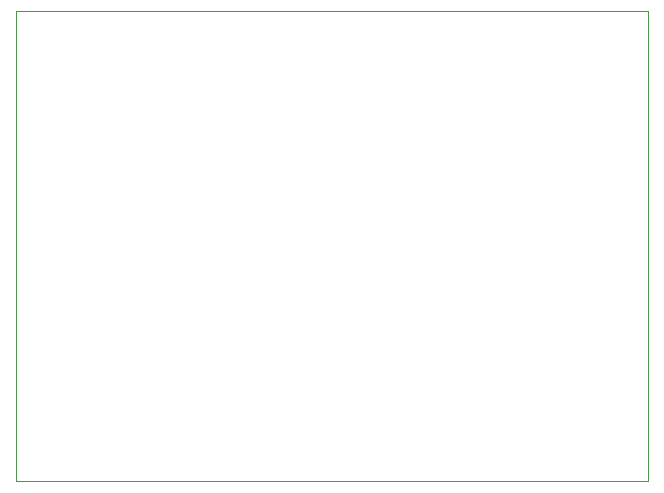
<source format=gbr>
%TF.GenerationSoftware,KiCad,Pcbnew,7.0.11-7.0.11~ubuntu22.04.1*%
%TF.CreationDate,2025-04-19T23:19:54+01:00*%
%TF.ProjectId,Mixed_Signal_Design,4d697865-645f-4536-9967-6e616c5f4465,rev?*%
%TF.SameCoordinates,Original*%
%TF.FileFunction,Profile,NP*%
%FSLAX46Y46*%
G04 Gerber Fmt 4.6, Leading zero omitted, Abs format (unit mm)*
G04 Created by KiCad (PCBNEW 7.0.11-7.0.11~ubuntu22.04.1) date 2025-04-19 23:19:54*
%MOMM*%
%LPD*%
G01*
G04 APERTURE LIST*
%TA.AperFunction,Profile*%
%ADD10C,0.050000*%
%TD*%
G04 APERTURE END LIST*
D10*
X115570000Y-86868000D02*
X169037000Y-86868000D01*
X169037000Y-126619000D01*
X115570000Y-126619000D01*
X115570000Y-86868000D01*
M02*

</source>
